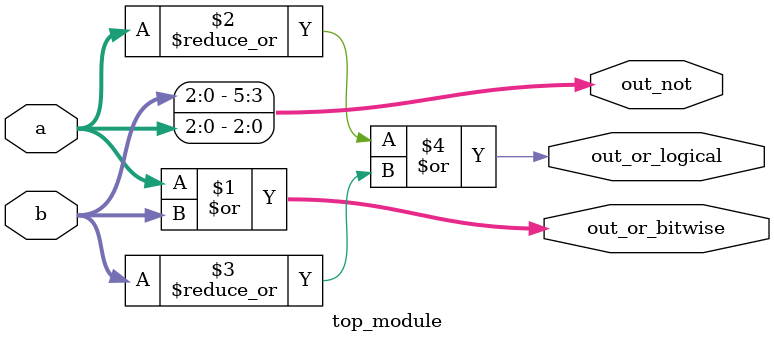
<source format=sv>
module top_module(
    input [2:0] a,
    input [2:0] b,
    output [2:0] out_or_bitwise,
    output out_or_logical,
    output [5:0] out_not
);
    // Bitwise OR
    assign out_or_bitwise = a | b;

    // Logical OR
    assign out_or_logical = |a | |b;

    // Inverse (NOT) of vectors
    assign out_not = {b[2:0], a[2:0]};

endmodule

</source>
